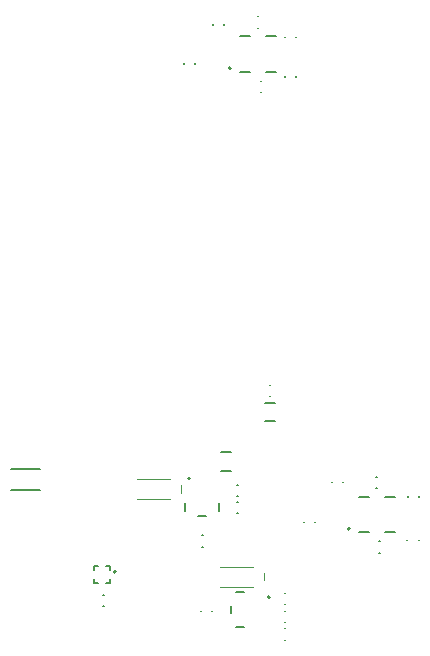
<source format=gbo>
G04*
G04 #@! TF.GenerationSoftware,Altium Limited,Altium Designer,24.0.1 (36)*
G04*
G04 Layer_Color=32896*
%FSLAX44Y44*%
%MOMM*%
G71*
G04*
G04 #@! TF.SameCoordinates,3B49473D-73B2-42EE-9F38-8EB038721B03*
G04*
G04*
G04 #@! TF.FilePolarity,Positive*
G04*
G01*
G75*
%ADD10C,0.2000*%
%ADD14C,0.1270*%
%ADD88C,0.1200*%
D10*
X565350Y663250D02*
G03*
X565350Y663250I-1000J0D01*
G01*
X532300Y1111000D02*
G03*
X532300Y1111000I-1000J0D01*
G01*
X633050Y721250D02*
G03*
X633050Y721250I-1000J0D01*
G01*
X434840Y684750D02*
G03*
X434840Y684750I-1000J0D01*
G01*
X498000Y763600D02*
G03*
X498000Y763600I-1000J0D01*
G01*
X523750Y770250D02*
X532750D01*
X523750Y785750D02*
X532750D01*
X346459Y771291D02*
X371041D01*
X346459Y753709D02*
X371041D01*
D14*
X536950Y638250D02*
X543550D01*
X532250Y649400D02*
Y656100D01*
X536950Y667250D02*
X543550D01*
X557497Y1091000D02*
X558005D01*
X557497Y1100500D02*
X558005D01*
X554997Y1145500D02*
X555505D01*
X554997Y1155000D02*
X555505D01*
X517250Y1147995D02*
Y1148503D01*
X526750Y1147995D02*
Y1148503D01*
X501750Y1114747D02*
Y1115255D01*
X492250Y1114747D02*
Y1115255D01*
X577750Y1137245D02*
Y1137753D01*
X587250Y1137245D02*
Y1137753D01*
Y1103997D02*
Y1104505D01*
X577750Y1103997D02*
Y1104505D01*
X540250Y1108000D02*
X548300D01*
X540250Y1138000D02*
X548300D01*
X562200Y1108000D02*
X570250D01*
X562200Y1138000D02*
X570250D01*
X691250Y711497D02*
Y712005D01*
X681750Y711497D02*
Y712005D01*
X682250Y748245D02*
Y748753D01*
X691750Y748245D02*
Y748753D01*
X618000Y760495D02*
Y761003D01*
X627500Y760495D02*
Y761003D01*
X657747Y701000D02*
X658255D01*
X657747Y710500D02*
X658255D01*
X603250Y726497D02*
Y727005D01*
X593750Y726497D02*
Y727005D01*
X655497Y755750D02*
X656005D01*
X655497Y765250D02*
X656005D01*
X641000Y718250D02*
X649050D01*
X641000Y748250D02*
X649050D01*
X662950Y718250D02*
X671000D01*
X662950Y748250D02*
X671000D01*
X415950Y675200D02*
X419475D01*
X415950D02*
Y678725D01*
X426525Y675200D02*
X430050D01*
Y678725D01*
X426525Y689300D02*
X430050D01*
Y685775D02*
Y689300D01*
X415950D02*
X419475D01*
X415950Y685775D02*
Y689300D01*
X424247Y655500D02*
X424755D01*
X424247Y665000D02*
X424755D01*
X537495Y743750D02*
X538003D01*
X537495Y734250D02*
X538003D01*
X537497Y749000D02*
X538005D01*
X537497Y758500D02*
X538005D01*
X506750Y651245D02*
Y651753D01*
X516250Y651245D02*
Y651753D01*
X493000Y736200D02*
Y742800D01*
X504150Y731500D02*
X510850D01*
X522000Y736200D02*
Y742800D01*
X577745Y636750D02*
X578253D01*
X577745Y627250D02*
X578253D01*
X577747Y642250D02*
X578255D01*
X577747Y651750D02*
X578255D01*
X577745Y667000D02*
X578253D01*
X577745Y657500D02*
X578253D01*
X507747Y706000D02*
X508255D01*
X507747Y715500D02*
X508255D01*
X565245Y843000D02*
X565753D01*
X565245Y833500D02*
X565753D01*
X560950Y827250D02*
X569550D01*
X560950Y812250D02*
X569550D01*
D88*
X560400Y677400D02*
Y683600D01*
X523250Y689000D02*
X551250D01*
X523250Y672000D02*
X551250D01*
X490150Y751650D02*
Y757850D01*
X453000Y763250D02*
X481000D01*
X453000Y746250D02*
X481000D01*
M02*

</source>
